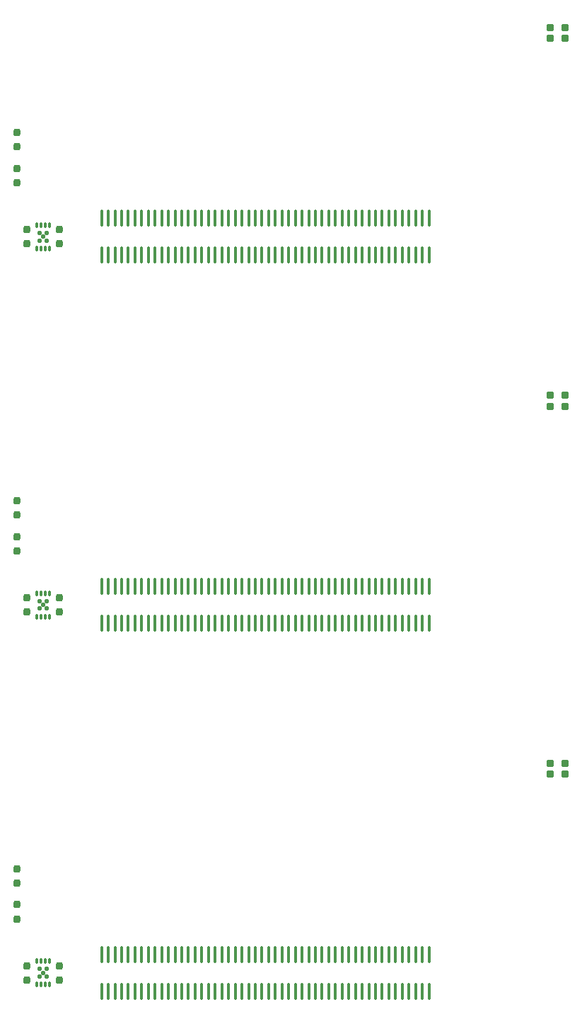
<source format=gtp>
G04 #@! TF.GenerationSoftware,KiCad,Pcbnew,8.0.6*
G04 #@! TF.CreationDate,2024-11-07T02:27:43-08:00*
G04 #@! TF.ProjectId,mse-68-hd-panel,6d73652d-3638-42d6-9864-2d70616e656c,1*
G04 #@! TF.SameCoordinates,Original*
G04 #@! TF.FileFunction,Paste,Top*
G04 #@! TF.FilePolarity,Positive*
%FSLAX46Y46*%
G04 Gerber Fmt 4.6, Leading zero omitted, Abs format (unit mm)*
G04 Created by KiCad (PCBNEW 8.0.6) date 2024-11-07 02:27:43*
%MOMM*%
%LPD*%
G01*
G04 APERTURE LIST*
G04 Aperture macros list*
%AMRoundRect*
0 Rectangle with rounded corners*
0 $1 Rounding radius*
0 $2 $3 $4 $5 $6 $7 $8 $9 X,Y pos of 4 corners*
0 Add a 4 corners polygon primitive as box body*
4,1,4,$2,$3,$4,$5,$6,$7,$8,$9,$2,$3,0*
0 Add four circle primitives for the rounded corners*
1,1,$1+$1,$2,$3*
1,1,$1+$1,$4,$5*
1,1,$1+$1,$6,$7*
1,1,$1+$1,$8,$9*
0 Add four rect primitives between the rounded corners*
20,1,$1+$1,$2,$3,$4,$5,0*
20,1,$1+$1,$4,$5,$6,$7,0*
20,1,$1+$1,$6,$7,$8,$9,0*
20,1,$1+$1,$8,$9,$2,$3,0*%
G04 Aperture macros list end*
%ADD10RoundRect,0.200000X-0.200000X0.250000X-0.200000X-0.250000X0.200000X-0.250000X0.200000X0.250000X0*%
%ADD11RoundRect,0.125000X0.125000X-0.125000X0.125000X0.125000X-0.125000X0.125000X-0.125000X-0.125000X0*%
%ADD12RoundRect,0.046875X0.103125X-0.253125X0.103125X0.253125X-0.103125X0.253125X-0.103125X-0.253125X0*%
%ADD13RoundRect,0.200000X0.200000X-0.250000X0.200000X0.250000X-0.200000X0.250000X-0.200000X-0.250000X0*%
%ADD14RoundRect,0.200000X-0.250000X-0.200000X0.250000X-0.200000X0.250000X0.200000X-0.250000X0.200000X0*%
%ADD15RoundRect,0.200000X0.250000X0.200000X-0.250000X0.200000X-0.250000X-0.200000X0.250000X-0.200000X0*%
%ADD16RoundRect,0.100000X0.100000X0.900000X-0.100000X0.900000X-0.100000X-0.900000X0.100000X-0.900000X0*%
G04 APERTURE END LIST*
D10*
G04 #@! TO.C,R2*
X-67200000Y111452000D03*
X-67200000Y109752000D03*
G04 #@! TD*
D11*
G04 #@! TO.C,U1*
X-64550000Y98552000D03*
X-63650000Y98552000D03*
X-64100000Y99002000D03*
X-64550000Y99452000D03*
X-63650000Y99452000D03*
D12*
X-64850001Y97602000D03*
X-64350000Y97602000D03*
X-63850000Y97602000D03*
X-63349999Y97602000D03*
X-63349999Y100402000D03*
X-63850000Y100402000D03*
X-64350000Y100402000D03*
X-64850001Y100402000D03*
G04 #@! TD*
D10*
G04 #@! TO.C,R2*
X-67200000Y23452000D03*
X-67200000Y21752000D03*
G04 #@! TD*
D11*
G04 #@! TO.C,U1*
X-64550000Y10552000D03*
X-63650000Y10552000D03*
X-64100000Y11002000D03*
X-64550000Y11452000D03*
X-63650000Y11452000D03*
D12*
X-64850001Y9602000D03*
X-64350000Y9602000D03*
X-63850000Y9602000D03*
X-63349999Y9602000D03*
X-63349999Y12402000D03*
X-63850000Y12402000D03*
X-64350000Y12402000D03*
X-64850001Y12402000D03*
G04 #@! TD*
D13*
G04 #@! TO.C,R3*
X-67200000Y17452000D03*
X-67200000Y19152000D03*
G04 #@! TD*
G04 #@! TO.C,C1*
X-66050000Y54152000D03*
X-66050000Y55852000D03*
G04 #@! TD*
G04 #@! TO.C,R3*
X-67200000Y105452000D03*
X-67200000Y107152000D03*
G04 #@! TD*
D14*
G04 #@! TO.C,R4*
X-3350000Y34752000D03*
X-1650000Y34752000D03*
G04 #@! TD*
D15*
G04 #@! TO.C,C2*
X-1650000Y80052000D03*
X-3350000Y80052000D03*
G04 #@! TD*
D13*
G04 #@! TO.C,C1*
X-66050000Y98152000D03*
X-66050000Y99852000D03*
G04 #@! TD*
D16*
G04 #@! TO.C,J1*
X-57100000Y8802000D03*
X-57100000Y13202000D03*
X-56300000Y8802001D03*
X-56300000Y13201999D03*
X-55500000Y8802000D03*
X-55500000Y13202000D03*
X-54700001Y8802000D03*
X-54700001Y13202000D03*
X-53900000Y8802000D03*
X-53900000Y13202000D03*
X-53100000Y8802000D03*
X-53100000Y13202000D03*
X-52299999Y8802000D03*
X-52299999Y13202000D03*
X-51500000Y8802000D03*
X-51500000Y13202000D03*
X-50700000Y8802001D03*
X-50700000Y13201999D03*
X-49900000Y8802000D03*
X-49900000Y13202000D03*
X-49100000Y8802000D03*
X-49100000Y13202000D03*
X-48300000Y8802000D03*
X-48300000Y13202000D03*
X-47500000Y8802000D03*
X-47500000Y13202000D03*
X-46699999Y8802000D03*
X-46699999Y13202000D03*
X-45900000Y8802000D03*
X-45900000Y13202000D03*
X-45100000Y8802001D03*
X-45100000Y13201999D03*
X-44300000Y8802000D03*
X-44300000Y13202000D03*
X-43500000Y8802000D03*
X-43500000Y13202000D03*
X-42700000Y8802000D03*
X-42700000Y13202000D03*
X-41900000Y8802000D03*
X-41900000Y13202000D03*
X-41099999Y8802000D03*
X-41099999Y13202000D03*
X-40300000Y8802000D03*
X-40300000Y13202000D03*
X-39500000Y8802001D03*
X-39500000Y13201999D03*
X-38700000Y8802000D03*
X-38700000Y13202000D03*
X-37900000Y8802000D03*
X-37900000Y13202000D03*
X-37100000Y8802000D03*
X-37100000Y13202000D03*
X-36300000Y8802000D03*
X-36300000Y13202000D03*
X-35500000Y8802001D03*
X-35500000Y13201999D03*
X-34700000Y8802000D03*
X-34700000Y13202000D03*
X-33900001Y8802000D03*
X-33900001Y13202000D03*
X-33100000Y8802000D03*
X-33100000Y13202000D03*
X-32300000Y8802000D03*
X-32300000Y13202000D03*
X-31500000Y8802000D03*
X-31500000Y13202000D03*
X-30700000Y8802000D03*
X-30700000Y13202000D03*
X-29900000Y8802001D03*
X-29900000Y13201999D03*
X-29100000Y8802000D03*
X-29100000Y13202000D03*
X-28300001Y8802000D03*
X-28300001Y13202000D03*
X-27500000Y8802000D03*
X-27500000Y13202000D03*
X-26700000Y8802000D03*
X-26700000Y13202000D03*
X-25900000Y8802000D03*
X-25900000Y13202000D03*
X-25100000Y8802000D03*
X-25100000Y13202000D03*
X-24300000Y8802001D03*
X-24300000Y13201999D03*
X-23500000Y8802000D03*
X-23500000Y13202000D03*
X-22700001Y8802000D03*
X-22700001Y13202000D03*
X-21900000Y8802000D03*
X-21900000Y13202000D03*
X-21100000Y8802000D03*
X-21100000Y13202000D03*
X-20299999Y8802000D03*
X-20299999Y13202000D03*
X-19500000Y8802000D03*
X-19500000Y13202000D03*
X-18700000Y8802001D03*
X-18700000Y13201999D03*
X-17900000Y8802000D03*
X-17900000Y13202000D03*
G04 #@! TD*
G04 #@! TO.C,J1*
X-57100000Y96802000D03*
X-57100000Y101202000D03*
X-56300000Y96802001D03*
X-56300000Y101201999D03*
X-55500000Y96802000D03*
X-55500000Y101202000D03*
X-54700001Y96802000D03*
X-54700001Y101202000D03*
X-53900000Y96802000D03*
X-53900000Y101202000D03*
X-53100000Y96802000D03*
X-53100000Y101202000D03*
X-52299999Y96802000D03*
X-52299999Y101202000D03*
X-51500000Y96802000D03*
X-51500000Y101202000D03*
X-50700000Y96802001D03*
X-50700000Y101201999D03*
X-49900000Y96802000D03*
X-49900000Y101202000D03*
X-49100000Y96802000D03*
X-49100000Y101202000D03*
X-48300000Y96802000D03*
X-48300000Y101202000D03*
X-47500000Y96802000D03*
X-47500000Y101202000D03*
X-46699999Y96802000D03*
X-46699999Y101202000D03*
X-45900000Y96802000D03*
X-45900000Y101202000D03*
X-45100000Y96802001D03*
X-45100000Y101201999D03*
X-44300000Y96802000D03*
X-44300000Y101202000D03*
X-43500000Y96802000D03*
X-43500000Y101202000D03*
X-42700000Y96802000D03*
X-42700000Y101202000D03*
X-41900000Y96802000D03*
X-41900000Y101202000D03*
X-41099999Y96802000D03*
X-41099999Y101202000D03*
X-40300000Y96802000D03*
X-40300000Y101202000D03*
X-39500000Y96802001D03*
X-39500000Y101201999D03*
X-38700000Y96802000D03*
X-38700000Y101202000D03*
X-37900000Y96802000D03*
X-37900000Y101202000D03*
X-37100000Y96802000D03*
X-37100000Y101202000D03*
X-36300000Y96802000D03*
X-36300000Y101202000D03*
X-35500000Y96802001D03*
X-35500000Y101201999D03*
X-34700000Y96802000D03*
X-34700000Y101202000D03*
X-33900001Y96802000D03*
X-33900001Y101202000D03*
X-33100000Y96802000D03*
X-33100000Y101202000D03*
X-32300000Y96802000D03*
X-32300000Y101202000D03*
X-31500000Y96802000D03*
X-31500000Y101202000D03*
X-30700000Y96802000D03*
X-30700000Y101202000D03*
X-29900000Y96802001D03*
X-29900000Y101201999D03*
X-29100000Y96802000D03*
X-29100000Y101202000D03*
X-28300001Y96802000D03*
X-28300001Y101202000D03*
X-27500000Y96802000D03*
X-27500000Y101202000D03*
X-26700000Y96802000D03*
X-26700000Y101202000D03*
X-25900000Y96802000D03*
X-25900000Y101202000D03*
X-25100000Y96802000D03*
X-25100000Y101202000D03*
X-24300000Y96802001D03*
X-24300000Y101201999D03*
X-23500000Y96802000D03*
X-23500000Y101202000D03*
X-22700001Y96802000D03*
X-22700001Y101202000D03*
X-21900000Y96802000D03*
X-21900000Y101202000D03*
X-21100000Y96802000D03*
X-21100000Y101202000D03*
X-20299999Y96802000D03*
X-20299999Y101202000D03*
X-19500000Y96802000D03*
X-19500000Y101202000D03*
X-18700000Y96802001D03*
X-18700000Y101201999D03*
X-17900000Y96802000D03*
X-17900000Y101202000D03*
G04 #@! TD*
D10*
G04 #@! TO.C,R2*
X-67200000Y67452000D03*
X-67200000Y65752000D03*
G04 #@! TD*
D16*
G04 #@! TO.C,J1*
X-57100000Y52802000D03*
X-57100000Y57202000D03*
X-56300000Y52802001D03*
X-56300000Y57201999D03*
X-55500000Y52802000D03*
X-55500000Y57202000D03*
X-54700001Y52802000D03*
X-54700001Y57202000D03*
X-53900000Y52802000D03*
X-53900000Y57202000D03*
X-53100000Y52802000D03*
X-53100000Y57202000D03*
X-52299999Y52802000D03*
X-52299999Y57202000D03*
X-51500000Y52802000D03*
X-51500000Y57202000D03*
X-50700000Y52802001D03*
X-50700000Y57201999D03*
X-49900000Y52802000D03*
X-49900000Y57202000D03*
X-49100000Y52802000D03*
X-49100000Y57202000D03*
X-48300000Y52802000D03*
X-48300000Y57202000D03*
X-47500000Y52802000D03*
X-47500000Y57202000D03*
X-46699999Y52802000D03*
X-46699999Y57202000D03*
X-45900000Y52802000D03*
X-45900000Y57202000D03*
X-45100000Y52802001D03*
X-45100000Y57201999D03*
X-44300000Y52802000D03*
X-44300000Y57202000D03*
X-43500000Y52802000D03*
X-43500000Y57202000D03*
X-42700000Y52802000D03*
X-42700000Y57202000D03*
X-41900000Y52802000D03*
X-41900000Y57202000D03*
X-41099999Y52802000D03*
X-41099999Y57202000D03*
X-40300000Y52802000D03*
X-40300000Y57202000D03*
X-39500000Y52802001D03*
X-39500000Y57201999D03*
X-38700000Y52802000D03*
X-38700000Y57202000D03*
X-37900000Y52802000D03*
X-37900000Y57202000D03*
X-37100000Y52802000D03*
X-37100000Y57202000D03*
X-36300000Y52802000D03*
X-36300000Y57202000D03*
X-35500000Y52802001D03*
X-35500000Y57201999D03*
X-34700000Y52802000D03*
X-34700000Y57202000D03*
X-33900001Y52802000D03*
X-33900001Y57202000D03*
X-33100000Y52802000D03*
X-33100000Y57202000D03*
X-32300000Y52802000D03*
X-32300000Y57202000D03*
X-31500000Y52802000D03*
X-31500000Y57202000D03*
X-30700000Y52802000D03*
X-30700000Y57202000D03*
X-29900000Y52802001D03*
X-29900000Y57201999D03*
X-29100000Y52802000D03*
X-29100000Y57202000D03*
X-28300001Y52802000D03*
X-28300001Y57202000D03*
X-27500000Y52802000D03*
X-27500000Y57202000D03*
X-26700000Y52802000D03*
X-26700000Y57202000D03*
X-25900000Y52802000D03*
X-25900000Y57202000D03*
X-25100000Y52802000D03*
X-25100000Y57202000D03*
X-24300000Y52802001D03*
X-24300000Y57201999D03*
X-23500000Y52802000D03*
X-23500000Y57202000D03*
X-22700001Y52802000D03*
X-22700001Y57202000D03*
X-21900000Y52802000D03*
X-21900000Y57202000D03*
X-21100000Y52802000D03*
X-21100000Y57202000D03*
X-20299999Y52802000D03*
X-20299999Y57202000D03*
X-19500000Y52802000D03*
X-19500000Y57202000D03*
X-18700000Y52802001D03*
X-18700000Y57201999D03*
X-17900000Y52802000D03*
X-17900000Y57202000D03*
G04 #@! TD*
D13*
G04 #@! TO.C,R1*
X-62150000Y98152000D03*
X-62150000Y99852000D03*
G04 #@! TD*
D14*
G04 #@! TO.C,R4*
X-3350000Y122752000D03*
X-1650000Y122752000D03*
G04 #@! TD*
D13*
G04 #@! TO.C,R1*
X-62150000Y10152000D03*
X-62150000Y11852000D03*
G04 #@! TD*
D14*
G04 #@! TO.C,R4*
X-3350000Y78752000D03*
X-1650000Y78752000D03*
G04 #@! TD*
D11*
G04 #@! TO.C,U1*
X-64550000Y54552000D03*
X-63650000Y54552000D03*
X-64100000Y55002000D03*
X-64550000Y55452000D03*
X-63650000Y55452000D03*
D12*
X-64850001Y53602000D03*
X-64350000Y53602000D03*
X-63850000Y53602000D03*
X-63349999Y53602000D03*
X-63349999Y56402000D03*
X-63850000Y56402000D03*
X-64350000Y56402000D03*
X-64850001Y56402000D03*
G04 #@! TD*
D13*
G04 #@! TO.C,C1*
X-66050000Y10152000D03*
X-66050000Y11852000D03*
G04 #@! TD*
D15*
G04 #@! TO.C,C2*
X-1650000Y124052000D03*
X-3350000Y124052000D03*
G04 #@! TD*
D13*
G04 #@! TO.C,R3*
X-67200000Y61452000D03*
X-67200000Y63152000D03*
G04 #@! TD*
D15*
G04 #@! TO.C,C2*
X-1650000Y36052000D03*
X-3350000Y36052000D03*
G04 #@! TD*
D13*
G04 #@! TO.C,R1*
X-62150000Y54152000D03*
X-62150000Y55852000D03*
G04 #@! TD*
M02*

</source>
